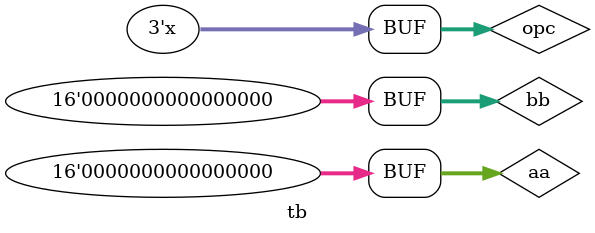
<source format=v>
`timescale 1ns/1ns
module tb();
    
    reg [15:0] aa, bb;
    reg [2:0] opc;
    reg cc;
    
    wire [15:0] ww, ww_y;
    wire zer, neg, zer_y, neg_y;

    ALU alu(.inA(aa), .inB(bb), .inC(cc), .outW(ww), .opc(opc), .zer(zer), .neg(neg));
    ALU_synth alu_y(.inA(aa), .inB(bb), .inC(cc), .outW(ww_y), .opc(opc), .zer(zer_y), .neg(neg_y));

    initial begin
        
        {aa, bb, cc} = $random;
        repeat (10) #1000 {aa, bb, cc} = $random;
        repeat (10) #1000 opc = opc + 3'b001;

    end


endmodule
</source>
